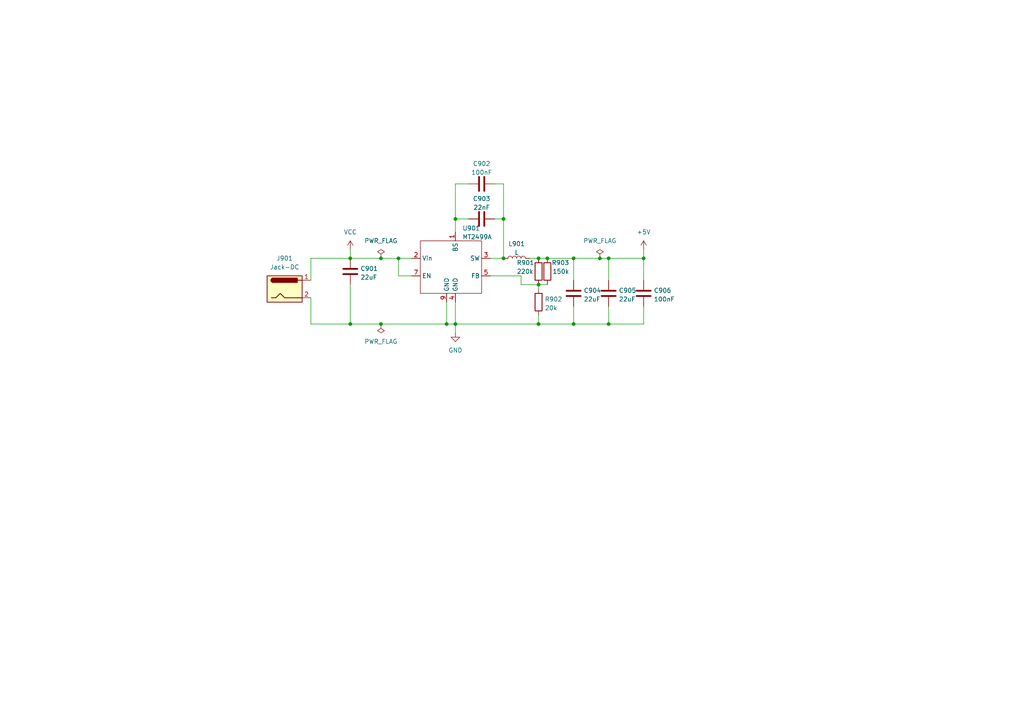
<source format=kicad_sch>
(kicad_sch (version 20230121) (generator eeschema)
  (paper "A4")
  (lib_symbols
    (symbol "Device:C" (pin_numbers hide) (pin_names (offset 0.254))
      (property "Reference" "C" (at 0.635 2.54 0))
      (property "Value" "C" (at 0.635 -2.54 0))
      (symbol "C_0_1"
        (polyline (pts (xy -2.032 -0.762) (xy 2.032 -0.762)) (stroke (width 0.508)))
        (polyline (pts (xy -2.032 0.762) (xy 2.032 0.762)) (stroke (width 0.508)))
      )
      (symbol "C_1_1"
        (pin passive line (at 0 3.81 270) (length 2.794) (name "~") (number "1"))
        (pin passive line (at 0 -3.81 90) (length 2.794) (name "~") (number "2"))
      )
    )
    (symbol "Device:L" (pin_numbers hide) (pin_names (offset 1.016) hide)
      (property "Reference" "L" (at -1.27 0 90))
      (property "Value" "L" (at 1.905 0 90))
      (symbol "L_0_1"
        (arc (start 0 -2.54) (mid 0.6323 -1.905) (end 0 -1.27))
        (arc (start 0 -1.27) (mid 0.6323 -0.635) (end 0 0))
        (arc (start 0 0) (mid 0.6323 0.635) (end 0 1.27))
        (arc (start 0 1.27) (mid 0.6323 1.905) (end 0 2.54))
      )
      (symbol "L_1_1"
        (pin passive line (at 0 3.81 270) (length 1.27) (name "1") (number "1"))
        (pin passive line (at 0 -3.81 90) (length 1.27) (name "2") (number "2"))
      )
    )
    (symbol "Device:R" (pin_numbers hide) (pin_names (offset 0))
      (property "Reference" "R" (at 2.032 0 90))
      (property "Value" "R" (at 0 0 90))
      (symbol "R_0_1"
        (rectangle (start -1.016 -2.54) (end 1.016 2.54) (stroke (width 0.254)))
      )
      (symbol "R_1_1"
        (pin passive line (at 0 3.81 270) (length 1.27) (name "~") (number "1"))
        (pin passive line (at 0 -3.81 90) (length 1.27) (name "~") (number "2"))
      )
    )
    (symbol "custom_kicad_lib_sk:Jack-DC" (pin_names (offset 1.016))
      (property "Reference" "J" (at 0 5.334 0))
      (property "Value" "Jack-DC" (at 0 -5.08 0))
      (symbol "Jack-DC_0_1"
        (rectangle (start -5.08 3.81) (end 5.08 -3.81) (stroke (width 0.254)) (fill (type background)))
        (arc (start -3.302 3.175) (mid -3.9343 2.54) (end -3.302 1.905) (stroke (width 0.254)))
        (arc (start -3.302 3.175) (mid -3.9343 2.54) (end -3.302 1.905) (stroke (width 0.254)) (fill (type outline)))
        (polyline (pts (xy 5.08 2.54) (xy 3.81 2.54)) (stroke (width 0.254)))
        (polyline (pts (xy -3.81 -2.54) (xy -2.54 -2.54) (xy -1.27 -1.27) (xy 0 -2.54) (xy 2.54 -2.54) (xy 5.08 -2.54)) (stroke (width 0.254)))
        (rectangle (start 3.683 3.175) (end -3.302 1.905) (stroke (width 0.254)) (fill (type outline)))
      )
      (symbol "Jack-DC_1_1"
        (pin passive line (at 7.62 2.54 180) (length 2.54) (name "~") (number "1"))
        (pin passive line (at 7.62 -2.54 180) (length 2.54) (name "~") (number "2"))
      )
    )
    (symbol "custom_kicad_lib_sk:MT499A"
      (property "Reference" "U1" (at 2.0194 9.999 0))
      (property "Value" "MT499A" (at 2.0194 7.4621 0))
      (symbol "MT499A_0_1"
        (rectangle (start -10.16 6.35) (end 7.62 -8.89) (stroke (width 0.1524)))
      )
      (symbol "MT499A_1_1"
        (pin input line (at 0 8.89 270) (length 2.54) (name "BS") (number "1"))
        (pin power_in line (at -12.7 1.27 0) (length 2.54) (name "Vin") (number "2"))
        (pin input line (at 10.16 1.27 180) (length 2.54) (name "SW") (number "3"))
        (pin power_in line (at 0 -11.43 90) (length 2.54) (name "GND") (number "4"))
        (pin input line (at 10.16 -3.81 180) (length 2.54) (name "FB") (number "5"))
        (pin no_connect line (at 8.89 -11.43 180) (length 2.54) hide (name "NC") (number "6"))
        (pin input line (at -12.7 -3.81 0) (length 2.54) (name "EN") (number "7"))
        (pin no_connect line (at 8.89 -13.97 180) (length 2.54) hide (name "NC") (number "8"))
        (pin input line (at -2.54 -11.43 90) (length 2.54) (name "GND") (number "9"))
      )
    )
    (symbol "power:+5V" (power) (pin_names (offset 0))
      (property "Value" "+5V" (at 0 3.556 0))
      (symbol "+5V_0_1"
        (polyline (pts (xy -0.762 1.27) (xy 0 2.54)))
        (polyline (pts (xy 0 0) (xy 0 2.54)))
        (polyline (pts (xy 0 2.54) (xy 0.762 1.27)))
      )
      (symbol "+5V_1_1"
        (pin power_in line (at 0 0 90) (length 0) hide (name "+5V") (number "1"))
      )
    )
    (symbol "power:GND" (power) (pin_names (offset 0))
      (property "Value" "GND" (at 0 -3.81 0))
      (symbol "GND_0_1"
        (polyline (pts (xy 0 0) (xy 0 -1.27) (xy 1.27 -1.27) (xy 0 -2.54) (xy -1.27 -1.27) (xy 0 -1.27)))
      )
      (symbol "GND_1_1"
        (pin power_in line (at 0 0 270) (length 0) hide (name "GND") (number "1"))
      )
    )
    (symbol "power:PWR_FLAG" (power) (pin_numbers hide) (pin_names (offset 0) hide)
      (property "Value" "PWR_FLAG" (at 0 3.81 0))
      (symbol "PWR_FLAG_0_0"
        (pin power_out line (at 0 0 90) (length 0) (name "pwr") (number "1"))
      )
      (symbol "PWR_FLAG_0_1"
        (polyline (pts (xy 0 0) (xy 0 1.27) (xy -1.016 1.905) (xy 0 2.54) (xy 1.016 1.905) (xy 0 1.27)))
      )
    )
    (symbol "power:VCC" (power) (pin_names (offset 0))
      (property "Value" "VCC" (at 0 3.81 0))
      (symbol "VCC_0_1"
        (polyline (pts (xy -0.762 1.27) (xy 0 2.54)))
        (polyline (pts (xy 0 0) (xy 0 2.54)))
        (polyline (pts (xy 0 2.54) (xy 0.762 1.27)))
      )
      (symbol "VCC_1_1"
        (pin power_in line (at 0 0 90) (length 0) hide (name "VCC") (number "1"))
      )
    )
  )
  (junction (at 101.6 74.93))
  (junction (at 176.53 93.98))
  (junction (at 176.53 74.93))
  (junction (at 166.37 74.93))
  (junction (at 110.49 74.93))
  (junction (at 101.6 93.98))
  (junction (at 115.57 74.93))
  (junction (at 158.75 74.93))
  (junction (at 146.05 74.93))
  (junction (at 156.21 82.55))
  (junction (at 156.21 74.93))
  (junction (at 129.54 93.98))
  (junction (at 173.99 74.93))
  (junction (at 156.21 93.98))
  (junction (at 186.69 74.93))
  (junction (at 110.49 93.98))
  (junction (at 146.05 63.5))
  (junction (at 166.37 93.98))
  (junction (at 132.08 63.5))
  (junction (at 132.08 93.98))
  (wire (pts (xy 115.57 74.93) (xy 119.38 74.93)))
  (wire (pts (xy 156.21 93.98) (xy 156.21 91.44)))
  (wire (pts (xy 166.37 93.98) (xy 156.21 93.98)))
  (wire (pts (xy 158.75 74.93) (xy 166.37 74.93)))
  (wire (pts (xy 129.54 87.63) (xy 129.54 93.98)))
  (wire (pts (xy 129.54 93.98) (xy 110.49 93.98)))
  (wire (pts (xy 156.21 82.55) (xy 156.21 83.82)))
  (wire (pts (xy 156.21 74.93) (xy 158.75 74.93)))
  (wire (pts (xy 101.6 74.93) (xy 110.49 74.93)))
  (wire (pts (xy 176.53 88.9) (xy 176.53 93.98)))
  (wire (pts (xy 90.17 74.93) (xy 101.6 74.93)))
  (wire (pts (xy 166.37 74.93) (xy 173.99 74.93)))
  (wire (pts (xy 176.53 93.98) (xy 166.37 93.98)))
  (wire (pts (xy 132.08 93.98) (xy 129.54 93.98)))
  (wire (pts (xy 176.53 74.93) (xy 186.69 74.93)))
  (wire (pts (xy 156.21 93.98) (xy 132.08 93.98)))
  (wire (pts (xy 151.13 80.01) (xy 151.13 82.55)))
  (wire (pts (xy 135.89 53.34) (xy 132.08 53.34)))
  (wire (pts (xy 110.49 93.98) (xy 101.6 93.98)))
  (wire (pts (xy 142.24 74.93) (xy 146.05 74.93)))
  (wire (pts (xy 153.67 74.93) (xy 156.21 74.93)))
  (wire (pts (xy 146.05 63.5) (xy 146.05 53.34)))
  (wire (pts (xy 176.53 74.93) (xy 176.53 81.28)))
  (wire (pts (xy 132.08 53.34) (xy 132.08 63.5)))
  (wire (pts (xy 90.17 81.28) (xy 90.17 74.93)))
  (wire (pts (xy 186.69 72.39) (xy 186.69 74.93)))
  (wire (pts (xy 115.57 74.93) (xy 115.57 80.01)))
  (wire (pts (xy 110.49 74.93) (xy 115.57 74.93)))
  (wire (pts (xy 146.05 53.34) (xy 143.51 53.34)))
  (wire (pts (xy 186.69 88.9) (xy 186.69 93.98)))
  (wire (pts (xy 146.05 74.93) (xy 146.05 63.5)))
  (wire (pts (xy 90.17 93.98) (xy 101.6 93.98)))
  (wire (pts (xy 166.37 88.9) (xy 166.37 93.98)))
  (wire (pts (xy 90.17 86.36) (xy 90.17 93.98)))
  (wire (pts (xy 173.99 74.93) (xy 176.53 74.93)))
  (wire (pts (xy 101.6 93.98) (xy 101.6 82.55)))
  (wire (pts (xy 166.37 81.28) (xy 166.37 74.93)))
  (wire (pts (xy 132.08 93.98) (xy 132.08 87.63)))
  (wire (pts (xy 186.69 81.28) (xy 186.69 74.93)))
  (wire (pts (xy 132.08 63.5) (xy 135.89 63.5)))
  (wire (pts (xy 119.38 80.01) (xy 115.57 80.01)))
  (wire (pts (xy 156.21 82.55) (xy 158.75 82.55)))
  (wire (pts (xy 132.08 93.98) (xy 132.08 96.52)))
  (wire (pts (xy 101.6 72.39) (xy 101.6 74.93)))
  (wire (pts (xy 186.69 93.98) (xy 176.53 93.98)))
  (wire (pts (xy 151.13 82.55) (xy 156.21 82.55)))
  (wire (pts (xy 132.08 63.5) (xy 132.08 67.31)))
  (wire (pts (xy 146.05 63.5) (xy 143.51 63.5)))
  (wire (pts (xy 142.24 80.01) (xy 151.13 80.01)))
  (symbol (lib_id "Device:R") (at 158.75 78.74 180) (unit 1)
    (property "Reference" "R903" (at 165.1 76.2 0) (effects (justify left)))
    (property "Value" "150k" (at 165.1 78.74 0) (effects (justify left)))
    (property "Footprint" "Resistor_SMD:R_0603_1608Metric" (effects hide))
    (property "JLCPCB Part#" "C22807" (effects hide))
    (instances (project "relayTrackerController" (path "" (reference "R903") (unit 1))) (project "buck_5V" (path "" (reference "R903") (unit 1))) (project "general_schematics" (path "" (reference "R1503") (unit 1))))
  )
  (symbol (lib_id "Device:C") (at 139.7 53.34 90) (unit 1)
    (property "Reference" "C902" (at 139.7 47.4812 90))
    (property "Value" "100nF" (at 139.7 50.0181 90))
    (property "Footprint" "Capacitor_SMD:C_0402_1005Metric" (effects hide))
    (property "JLCPCB Part#" "C307331" (effects hide))
    (instances (project "relayTrackerController" (path "" (reference "C902") (unit 1))) (project "buck_5V" (path "" (reference "C902") (unit 1))) (project "general_schematics" (path "" (reference "C1502") (unit 1))))
  )
  (symbol (lib_id "power:+5V") (at 186.69 72.39 0) (unit 1)
    (property "Reference" "#PWR0902" (effects hide))
    (property "Value" "+5V" (at 186.69 67.31 0))
  )
  (symbol (lib_id "custom_kicad_lib_sk:Jack-DC") (at 82.55 83.82 0) (unit 1)
    (property "Reference" "J901" (at 82.55 74.93 0))
    (property "Value" "Jack-DC" (at 82.55 77.47 0))
    (property "Footprint" "Connector_BarrelJack:BarrelJack_Horizontal" (effects hide))
  )
  (symbol (lib_id "Device:C") (at 139.7 63.5 90) (unit 1)
    (property "Reference" "C903" (at 139.7 57.6412 90))
    (property "Value" "22nF" (at 139.7 60.1781 90))
    (property "Footprint" "Capacitor_SMD:C_0402_1005Metric" (effects hide))
    (property "JLCPCB Part#" "C1729" (effects hide))
    (instances (project "relayTrackerController" (path "" (reference "C903") (unit 1))) (project "buck_5V" (path "" (reference "C903") (unit 1))) (project "general_schematics" (path "" (reference "C1503") (unit 1))))
  )
  (symbol (lib_id "Device:L") (at 149.86 74.93 90) (unit 1)
    (property "Reference" "L901" (at 149.86 70.7222 90))
    (property "Value" "L" (at 149.86 73.2591 90))
    (property "Footprint" "Inductor_SMD:L_Bourns-SRN8040_8x8.15mm" (effects hide))
    (property "JLCPCB Part#" "C2929438" (effects hide))
    (instances (project "relayTrackerController" (path "" (reference "L901") (unit 1))) (project "buck_5V" (path "" (reference "L901") (unit 1))) (project "general_schematics" (path "" (reference "L1501") (unit 1))))
  )
  (symbol (lib_id "Device:C") (at 176.53 85.09 0) (unit 1)
    (property "Reference" "C905" (at 179.451 84.2553 0) (effects (justify left)))
    (property "Value" "22uF" (at 179.451 86.7922 0) (effects (justify left)))
    (property "Footprint" "Capacitor_SMD:C_0603_1608Metric" (effects hide))
    (property "JLCPCB Part#" "C45783" (effects hide))
    (instances (project "relayTrackerController" (path "" (reference "C905") (unit 1))) (project "buck_5V" (path "" (reference "C905") (unit 1))) (project "general_schematics" (path "" (reference "C1505") (unit 1))))
  )
  (symbol (lib_id "Device:C") (at 101.6 78.74 0) (unit 1)
    (property "Reference" "C901" (at 104.521 77.9053 0) (effects (justify left)))
    (property "Value" "22uF" (at 104.521 80.4422 0) (effects (justify left)))
    (property "Footprint" "Capacitor_SMD:C_0603_1608Metric" (effects hide))
    (property "JLCPCB Part#" "C45783" (effects hide))
    (instances (project "relayTrackerController" (path "" (reference "C901") (unit 1))) (project "buck_5V" (path "" (reference "C901") (unit 1))) (project "general_schematics" (path "" (reference "C1501") (unit 1))))
  )
  (symbol (lib_id "power:PWR_FLAG") (at 110.49 93.98 180) (unit 1)
    (property "Reference" "#FLG0703" (effects hide))
    (property "Value" "PWR_FLAG" (at 110.49 99.06 0))
  )
  (symbol (lib_id "power:PWR_FLAG") (at 173.99 74.93 0) (unit 1)
    (property "Reference" "#FLG0702" (effects hide))
    (property "Value" "PWR_FLAG" (at 173.99 69.85 0))
  )
  (symbol (lib_id "Device:R") (at 156.21 87.63 0) (unit 1)
    (property "Reference" "R902" (at 157.988 86.7953 0) (effects (justify left)))
    (property "Value" "20k" (at 157.988 89.3322 0) (effects (justify left)))
    (property "Footprint" "Resistor_SMD:R_0603_1608Metric" (effects hide))
    (property "JLCPCB Part#" "C4328" (effects hide))
    (instances (project "relayTrackerController" (path "" (reference "R902") (unit 1))) (project "buck_5V" (path "" (reference "R902") (unit 1))) (project "general_schematics" (path "" (reference "R1502") (unit 1))))
  )
  (symbol (lib_id "power:GND") (at 132.08 96.52 0) (unit 1)
    (property "Reference" "#PWR0903" (effects hide))
    (property "Value" "GND" (at 132.08 101.6 0))
  )
  (symbol (lib_id "power:PWR_FLAG") (at 110.49 74.93 0) (unit 1)
    (property "Reference" "#FLG0701" (effects hide))
    (property "Value" "PWR_FLAG" (at 110.49 69.85 0))
  )
  (symbol (lib_id "custom_kicad_lib_sk:MT499A") (at 132.08 76.2 0) (unit 1)
    (property "Reference" "U901" (at 134.0994 66.201 0) (effects (justify left)))
    (property "Value" "MT2499A" (at 134.0994 68.7379 0) (effects (justify left)))
    (property "Footprint" "Package_SO:TI_SO-PowerPAD-8" (effects hide))
    (property "Datasheet" "https://datasheet.lcsc.com/lcsc/2205121200_XI-AN-Aerosemi-Tech-MT2499A_C3007555.pdf" (effects hide))
    (property "JLCPCB Part#" "C3007555" (effects hide))
    (instances (project "relayTrackerController" (path "" (reference "U901") (unit 1))) (project "buck_5V" (path "" (reference "U901") (unit 1))) (project "general_schematics" (path "" (reference "U1501") (unit 1))))
  )
  (symbol (lib_id "Device:C") (at 166.37 85.09 0) (unit 1)
    (property "Reference" "C904" (at 169.291 84.2553 0) (effects (justify left)))
    (property "Value" "22uF" (at 169.291 86.7922 0) (effects (justify left)))
    (property "Footprint" "Capacitor_SMD:C_0603_1608Metric" (effects hide))
    (property "JLCPCB Part#" "C45783" (effects hide))
    (instances (project "relayTrackerController" (path "" (reference "C904") (unit 1))) (project "buck_5V" (path "" (reference "C904") (unit 1))) (project "general_schematics" (path "" (reference "C1504") (unit 1))))
  )
  (symbol (lib_id "Device:R") (at 156.21 78.74 0) (unit 1)
    (property "Reference" "R901" (at 149.86 76.2 0) (effects (justify left)))
    (property "Value" "220k" (at 149.86 78.74 0) (effects (justify left)))
    (property "Footprint" "Resistor_SMD:R_0603_1608Metric" (effects hide))
    (property "JLCPCB Part#" "C22961" (effects hide))
    (instances (project "relayTrackerController" (path "" (reference "R901") (unit 1))) (project "buck_5V" (path "" (reference "R901") (unit 1))) (project "general_schematics" (path "" (reference "R1501") (unit 1))))
  )
  (symbol (lib_id "Device:C") (at 186.69 85.09 0) (unit 1)
    (property "Reference" "C906" (at 189.611 84.2553 0) (effects (justify left)))
    (property "Value" "100nF" (at 189.611 86.7922 0) (effects (justify left)))
    (property "Footprint" "Capacitor_SMD:C_0402_1005Metric" (effects hide))
    (property "JLCPCB Part#" "C307331" (effects hide))
    (instances (project "relayTrackerController" (path "" (reference "C906") (unit 1))) (project "buck_5V" (path "" (reference "C906") (unit 1))) (project "general_schematics" (path "" (reference "C1506") (unit 1))))
  )
  (symbol (lib_id "power:VCC") (at 101.6 72.39 0) (unit 1)
    (property "Reference" "#PWR0901" (effects hide))
    (property "Value" "VCC" (at 101.6 67.31 0))
  )
)
</source>
